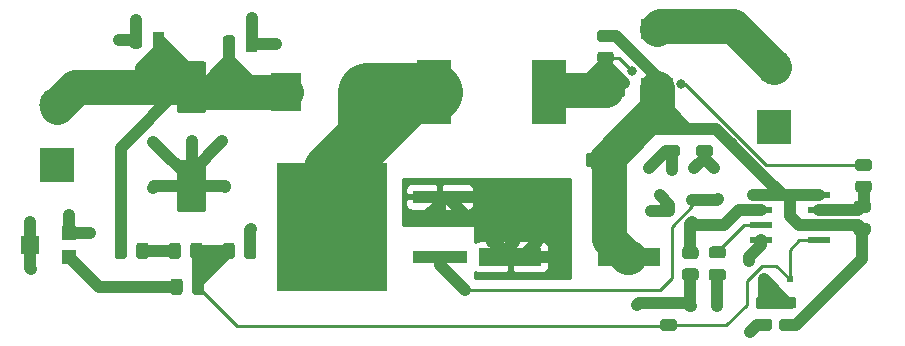
<source format=gbr>
%TF.GenerationSoftware,KiCad,Pcbnew,(5.1.8)-1*%
%TF.CreationDate,2022-04-01T10:58:03+02:00*%
%TF.ProjectId,HVPowerSupply,4856506f-7765-4725-9375-70706c792e6b,0*%
%TF.SameCoordinates,Original*%
%TF.FileFunction,Copper,L1,Top*%
%TF.FilePolarity,Positive*%
%FSLAX46Y46*%
G04 Gerber Fmt 4.6, Leading zero omitted, Abs format (unit mm)*
G04 Created by KiCad (PCBNEW (5.1.8)-1) date 2022-04-01 10:58:03*
%MOMM*%
%LPD*%
G01*
G04 APERTURE LIST*
%TA.AperFunction,SMDPad,CuDef*%
%ADD10R,2.895600X5.410200*%
%TD*%
%TA.AperFunction,SMDPad,CuDef*%
%ADD11R,2.692400X1.803400*%
%TD*%
%TA.AperFunction,SMDPad,CuDef*%
%ADD12R,5.308600X1.498600*%
%TD*%
%TA.AperFunction,SMDPad,CuDef*%
%ADD13R,1.981200X0.533400*%
%TD*%
%TA.AperFunction,SMDPad,CuDef*%
%ADD14R,0.500000X0.500000*%
%TD*%
%TA.AperFunction,SMDPad,CuDef*%
%ADD15R,0.900000X0.800000*%
%TD*%
%TA.AperFunction,SMDPad,CuDef*%
%ADD16R,1.500000X1.600000*%
%TD*%
%TA.AperFunction,SMDPad,CuDef*%
%ADD17R,1.200000X1.200000*%
%TD*%
%TA.AperFunction,ComponentPad*%
%ADD18C,3.000000*%
%TD*%
%TA.AperFunction,ComponentPad*%
%ADD19R,3.000000X3.000000*%
%TD*%
%TA.AperFunction,SMDPad,CuDef*%
%ADD20R,9.400000X10.800000*%
%TD*%
%TA.AperFunction,SMDPad,CuDef*%
%ADD21R,4.600000X1.100000*%
%TD*%
%TA.AperFunction,SMDPad,CuDef*%
%ADD22R,2.500000X3.300000*%
%TD*%
%TA.AperFunction,ViaPad*%
%ADD23C,0.800000*%
%TD*%
%TA.AperFunction,Conductor*%
%ADD24C,1.000000*%
%TD*%
%TA.AperFunction,Conductor*%
%ADD25C,0.250000*%
%TD*%
%TA.AperFunction,Conductor*%
%ADD26C,3.000000*%
%TD*%
%TA.AperFunction,Conductor*%
%ADD27C,5.000000*%
%TD*%
%TA.AperFunction,Conductor*%
%ADD28C,0.254000*%
%TD*%
%TA.AperFunction,Conductor*%
%ADD29C,0.100000*%
%TD*%
G04 APERTURE END LIST*
D10*
%TO.P,L1,2*%
%TO.N,Net-(D2-Pad2)*%
X145135600Y-102108000D03*
%TO.P,L1,1*%
%TO.N,Net-(L1-Pad1)*%
X154838400Y-102108000D03*
%TD*%
D11*
%TO.P,F1,2*%
%TO.N,Net-(F1-Pad2)*%
X163957000Y-96812100D03*
%TO.P,F1,1*%
%TO.N,+12V*%
X163957000Y-101815900D03*
%TD*%
D12*
%TO.P,C2,2*%
%TO.N,GND*%
X151587200Y-116078000D03*
%TO.P,C2,1*%
%TO.N,+12V*%
X161594800Y-116078000D03*
%TD*%
D13*
%TO.P,CR1,8*%
%TO.N,+12V*%
X177723800Y-110871000D03*
%TO.P,CR1,7*%
%TO.N,IPX*%
X177723800Y-112141000D03*
%TO.P,CR1,6*%
%TO.N,+12V*%
X177723800Y-113411000D03*
%TO.P,CR1,5*%
%TO.N,CII*%
X177723800Y-114681000D03*
%TO.P,CR1,4*%
%TO.N,GND*%
X172796200Y-114681000D03*
%TO.P,CR1,3*%
%TO.N,Net-(C1-Pad1)*%
X172796200Y-113411000D03*
%TO.P,CR1,2*%
%TO.N,SWE*%
X172796200Y-112141000D03*
%TO.P,CR1,1*%
%TO.N,+12V*%
X172796200Y-110871000D03*
%TD*%
%TO.P,R8,2*%
%TO.N,Net-(L1-Pad1)*%
%TA.AperFunction,SMDPad,CuDef*%
G36*
G01*
X159188999Y-98698000D02*
X160089001Y-98698000D01*
G75*
G02*
X160339000Y-98947999I0J-249999D01*
G01*
X160339000Y-99473001D01*
G75*
G02*
X160089001Y-99723000I-249999J0D01*
G01*
X159188999Y-99723000D01*
G75*
G02*
X158939000Y-99473001I0J249999D01*
G01*
X158939000Y-98947999D01*
G75*
G02*
X159188999Y-98698000I249999J0D01*
G01*
G37*
%TD.AperFunction*%
%TO.P,R8,1*%
%TO.N,+12V*%
%TA.AperFunction,SMDPad,CuDef*%
G36*
G01*
X159188999Y-96873000D02*
X160089001Y-96873000D01*
G75*
G02*
X160339000Y-97122999I0J-249999D01*
G01*
X160339000Y-97648001D01*
G75*
G02*
X160089001Y-97898000I-249999J0D01*
G01*
X159188999Y-97898000D01*
G75*
G02*
X158939000Y-97648001I0J249999D01*
G01*
X158939000Y-97122999D01*
G75*
G02*
X159188999Y-96873000I249999J0D01*
G01*
G37*
%TD.AperFunction*%
%TD*%
%TO.P,R9,1*%
%TO.N,Net-(L1-Pad1)*%
%TA.AperFunction,SMDPad,CuDef*%
G36*
G01*
X158214000Y-101327000D02*
X161064000Y-101327000D01*
G75*
G02*
X161314000Y-101577000I0J-250000D01*
G01*
X161314000Y-102302000D01*
G75*
G02*
X161064000Y-102552000I-250000J0D01*
G01*
X158214000Y-102552000D01*
G75*
G02*
X157964000Y-102302000I0J250000D01*
G01*
X157964000Y-101577000D01*
G75*
G02*
X158214000Y-101327000I250000J0D01*
G01*
G37*
%TD.AperFunction*%
%TO.P,R9,2*%
%TO.N,+12V*%
%TA.AperFunction,SMDPad,CuDef*%
G36*
G01*
X158214000Y-107252000D02*
X161064000Y-107252000D01*
G75*
G02*
X161314000Y-107502000I0J-250000D01*
G01*
X161314000Y-108227000D01*
G75*
G02*
X161064000Y-108477000I-250000J0D01*
G01*
X158214000Y-108477000D01*
G75*
G02*
X157964000Y-108227000I0J250000D01*
G01*
X157964000Y-107502000D01*
G75*
G02*
X158214000Y-107252000I250000J0D01*
G01*
G37*
%TD.AperFunction*%
%TD*%
%TO.P,R10,2*%
%TO.N,IPX*%
%TA.AperFunction,SMDPad,CuDef*%
G36*
G01*
X181032999Y-109620000D02*
X181933001Y-109620000D01*
G75*
G02*
X182183000Y-109869999I0J-249999D01*
G01*
X182183000Y-110395001D01*
G75*
G02*
X181933001Y-110645000I-249999J0D01*
G01*
X181032999Y-110645000D01*
G75*
G02*
X180783000Y-110395001I0J249999D01*
G01*
X180783000Y-109869999D01*
G75*
G02*
X181032999Y-109620000I249999J0D01*
G01*
G37*
%TD.AperFunction*%
%TO.P,R10,1*%
%TO.N,Net-(L1-Pad1)*%
%TA.AperFunction,SMDPad,CuDef*%
G36*
G01*
X181032999Y-107795000D02*
X181933001Y-107795000D01*
G75*
G02*
X182183000Y-108044999I0J-249999D01*
G01*
X182183000Y-108570001D01*
G75*
G02*
X181933001Y-108820000I-249999J0D01*
G01*
X181032999Y-108820000D01*
G75*
G02*
X180783000Y-108570001I0J249999D01*
G01*
X180783000Y-108044999D01*
G75*
G02*
X181032999Y-107795000I249999J0D01*
G01*
G37*
%TD.AperFunction*%
%TD*%
%TO.P,R7,2*%
%TO.N,GND*%
%TA.AperFunction,SMDPad,CuDef*%
G36*
G01*
X172587499Y-121304000D02*
X173487501Y-121304000D01*
G75*
G02*
X173737500Y-121553999I0J-249999D01*
G01*
X173737500Y-122079001D01*
G75*
G02*
X173487501Y-122329000I-249999J0D01*
G01*
X172587499Y-122329000D01*
G75*
G02*
X172337500Y-122079001I0J249999D01*
G01*
X172337500Y-121553999D01*
G75*
G02*
X172587499Y-121304000I249999J0D01*
G01*
G37*
%TD.AperFunction*%
%TO.P,R7,1*%
%TO.N,Net-(C8-Pad2)*%
%TA.AperFunction,SMDPad,CuDef*%
G36*
G01*
X172587499Y-119479000D02*
X173487501Y-119479000D01*
G75*
G02*
X173737500Y-119728999I0J-249999D01*
G01*
X173737500Y-120254001D01*
G75*
G02*
X173487501Y-120504000I-249999J0D01*
G01*
X172587499Y-120504000D01*
G75*
G02*
X172337500Y-120254001I0J249999D01*
G01*
X172337500Y-119728999D01*
G75*
G02*
X172587499Y-119479000I249999J0D01*
G01*
G37*
%TD.AperFunction*%
%TD*%
D14*
%TO.P,D3,2*%
%TO.N,Net-(C8-Pad2)*%
X173017000Y-117983000D03*
%TO.P,D3,1*%
%TO.N,CII*%
X175217000Y-117983000D03*
%TD*%
%TO.P,C10,2*%
%TO.N,GND*%
%TA.AperFunction,SMDPad,CuDef*%
G36*
G01*
X129164500Y-98519000D02*
X129164500Y-97569000D01*
G75*
G02*
X129414500Y-97319000I250000J0D01*
G01*
X129914500Y-97319000D01*
G75*
G02*
X130164500Y-97569000I0J-250000D01*
G01*
X130164500Y-98519000D01*
G75*
G02*
X129914500Y-98769000I-250000J0D01*
G01*
X129414500Y-98769000D01*
G75*
G02*
X129164500Y-98519000I0J250000D01*
G01*
G37*
%TD.AperFunction*%
%TO.P,C10,1*%
%TO.N,Net-(C10-Pad1)*%
%TA.AperFunction,SMDPad,CuDef*%
G36*
G01*
X127264500Y-98519000D02*
X127264500Y-97569000D01*
G75*
G02*
X127514500Y-97319000I250000J0D01*
G01*
X128014500Y-97319000D01*
G75*
G02*
X128264500Y-97569000I0J-250000D01*
G01*
X128264500Y-98519000D01*
G75*
G02*
X128014500Y-98769000I-250000J0D01*
G01*
X127514500Y-98769000D01*
G75*
G02*
X127264500Y-98519000I0J250000D01*
G01*
G37*
%TD.AperFunction*%
%TD*%
%TO.P,C9,2*%
%TO.N,GND*%
%TA.AperFunction,SMDPad,CuDef*%
G36*
G01*
X120390500Y-97251500D02*
X120390500Y-98201500D01*
G75*
G02*
X120140500Y-98451500I-250000J0D01*
G01*
X119640500Y-98451500D01*
G75*
G02*
X119390500Y-98201500I0J250000D01*
G01*
X119390500Y-97251500D01*
G75*
G02*
X119640500Y-97001500I250000J0D01*
G01*
X120140500Y-97001500D01*
G75*
G02*
X120390500Y-97251500I0J-250000D01*
G01*
G37*
%TD.AperFunction*%
%TO.P,C9,1*%
%TO.N,Net-(C10-Pad1)*%
%TA.AperFunction,SMDPad,CuDef*%
G36*
G01*
X122290500Y-97251500D02*
X122290500Y-98201500D01*
G75*
G02*
X122040500Y-98451500I-250000J0D01*
G01*
X121540500Y-98451500D01*
G75*
G02*
X121290500Y-98201500I0J250000D01*
G01*
X121290500Y-97251500D01*
G75*
G02*
X121540500Y-97001500I250000J0D01*
G01*
X122040500Y-97001500D01*
G75*
G02*
X122290500Y-97251500I0J-250000D01*
G01*
G37*
%TD.AperFunction*%
%TD*%
%TO.P,C8,2*%
%TO.N,Net-(C8-Pad2)*%
%TA.AperFunction,SMDPad,CuDef*%
G36*
G01*
X175544500Y-120454000D02*
X174594500Y-120454000D01*
G75*
G02*
X174344500Y-120204000I0J250000D01*
G01*
X174344500Y-119704000D01*
G75*
G02*
X174594500Y-119454000I250000J0D01*
G01*
X175544500Y-119454000D01*
G75*
G02*
X175794500Y-119704000I0J-250000D01*
G01*
X175794500Y-120204000D01*
G75*
G02*
X175544500Y-120454000I-250000J0D01*
G01*
G37*
%TD.AperFunction*%
%TO.P,C8,1*%
%TO.N,+12V*%
%TA.AperFunction,SMDPad,CuDef*%
G36*
G01*
X175544500Y-122354000D02*
X174594500Y-122354000D01*
G75*
G02*
X174344500Y-122104000I0J250000D01*
G01*
X174344500Y-121604000D01*
G75*
G02*
X174594500Y-121354000I250000J0D01*
G01*
X175544500Y-121354000D01*
G75*
G02*
X175794500Y-121604000I0J-250000D01*
G01*
X175794500Y-122104000D01*
G75*
G02*
X175544500Y-122354000I-250000J0D01*
G01*
G37*
%TD.AperFunction*%
%TD*%
%TO.P,C7,2*%
%TO.N,IPX*%
%TA.AperFunction,SMDPad,CuDef*%
G36*
G01*
X181831000Y-112326000D02*
X180881000Y-112326000D01*
G75*
G02*
X180631000Y-112076000I0J250000D01*
G01*
X180631000Y-111576000D01*
G75*
G02*
X180881000Y-111326000I250000J0D01*
G01*
X181831000Y-111326000D01*
G75*
G02*
X182081000Y-111576000I0J-250000D01*
G01*
X182081000Y-112076000D01*
G75*
G02*
X181831000Y-112326000I-250000J0D01*
G01*
G37*
%TD.AperFunction*%
%TO.P,C7,1*%
%TO.N,+12V*%
%TA.AperFunction,SMDPad,CuDef*%
G36*
G01*
X181831000Y-114226000D02*
X180881000Y-114226000D01*
G75*
G02*
X180631000Y-113976000I0J250000D01*
G01*
X180631000Y-113476000D01*
G75*
G02*
X180881000Y-113226000I250000J0D01*
G01*
X181831000Y-113226000D01*
G75*
G02*
X182081000Y-113476000I0J-250000D01*
G01*
X182081000Y-113976000D01*
G75*
G02*
X181831000Y-114226000I-250000J0D01*
G01*
G37*
%TD.AperFunction*%
%TD*%
%TO.P,C6,2*%
%TO.N,GND*%
%TA.AperFunction,SMDPad,CuDef*%
G36*
G01*
X164752000Y-106622000D02*
X165702000Y-106622000D01*
G75*
G02*
X165952000Y-106872000I0J-250000D01*
G01*
X165952000Y-107372000D01*
G75*
G02*
X165702000Y-107622000I-250000J0D01*
G01*
X164752000Y-107622000D01*
G75*
G02*
X164502000Y-107372000I0J250000D01*
G01*
X164502000Y-106872000D01*
G75*
G02*
X164752000Y-106622000I250000J0D01*
G01*
G37*
%TD.AperFunction*%
%TO.P,C6,1*%
%TO.N,+12V*%
%TA.AperFunction,SMDPad,CuDef*%
G36*
G01*
X164752000Y-104722000D02*
X165702000Y-104722000D01*
G75*
G02*
X165952000Y-104972000I0J-250000D01*
G01*
X165952000Y-105472000D01*
G75*
G02*
X165702000Y-105722000I-250000J0D01*
G01*
X164752000Y-105722000D01*
G75*
G02*
X164502000Y-105472000I0J250000D01*
G01*
X164502000Y-104972000D01*
G75*
G02*
X164752000Y-104722000I250000J0D01*
G01*
G37*
%TD.AperFunction*%
%TD*%
%TO.P,C5,2*%
%TO.N,GND*%
%TA.AperFunction,SMDPad,CuDef*%
G36*
G01*
X167546000Y-106622000D02*
X168496000Y-106622000D01*
G75*
G02*
X168746000Y-106872000I0J-250000D01*
G01*
X168746000Y-107372000D01*
G75*
G02*
X168496000Y-107622000I-250000J0D01*
G01*
X167546000Y-107622000D01*
G75*
G02*
X167296000Y-107372000I0J250000D01*
G01*
X167296000Y-106872000D01*
G75*
G02*
X167546000Y-106622000I250000J0D01*
G01*
G37*
%TD.AperFunction*%
%TO.P,C5,1*%
%TO.N,+12V*%
%TA.AperFunction,SMDPad,CuDef*%
G36*
G01*
X167546000Y-104722000D02*
X168496000Y-104722000D01*
G75*
G02*
X168746000Y-104972000I0J-250000D01*
G01*
X168746000Y-105472000D01*
G75*
G02*
X168496000Y-105722000I-250000J0D01*
G01*
X167546000Y-105722000D01*
G75*
G02*
X167296000Y-105472000I0J250000D01*
G01*
X167296000Y-104972000D01*
G75*
G02*
X167546000Y-104722000I250000J0D01*
G01*
G37*
%TD.AperFunction*%
%TD*%
D15*
%TO.P,Q1,1*%
%TO.N,Net-(D1-Pad1)*%
X166989000Y-111254500D03*
%TO.P,Q1,2*%
%TO.N,SWE*%
X166989000Y-113154500D03*
%TO.P,Q1,3*%
%TO.N,GND*%
X164989000Y-112204500D03*
%TD*%
%TO.P,C4,2*%
%TO.N,GND*%
%TA.AperFunction,SMDPad,CuDef*%
G36*
G01*
X123587000Y-107918000D02*
X125587000Y-107918000D01*
G75*
G02*
X125837000Y-108168000I0J-250000D01*
G01*
X125837000Y-112068000D01*
G75*
G02*
X125587000Y-112318000I-250000J0D01*
G01*
X123587000Y-112318000D01*
G75*
G02*
X123337000Y-112068000I0J250000D01*
G01*
X123337000Y-108168000D01*
G75*
G02*
X123587000Y-107918000I250000J0D01*
G01*
G37*
%TD.AperFunction*%
%TO.P,C4,1*%
%TO.N,Net-(C10-Pad1)*%
%TA.AperFunction,SMDPad,CuDef*%
G36*
G01*
X123587000Y-99518000D02*
X125587000Y-99518000D01*
G75*
G02*
X125837000Y-99768000I0J-250000D01*
G01*
X125837000Y-103668000D01*
G75*
G02*
X125587000Y-103918000I-250000J0D01*
G01*
X123587000Y-103918000D01*
G75*
G02*
X123337000Y-103668000I0J250000D01*
G01*
X123337000Y-99768000D01*
G75*
G02*
X123587000Y-99518000I250000J0D01*
G01*
G37*
%TD.AperFunction*%
%TD*%
D16*
%TO.P,R6,2*%
%TO.N,GND*%
X110945000Y-115062000D03*
D17*
%TO.P,R6,3*%
X114195000Y-114062000D03*
%TO.P,R6,1*%
%TO.N,Net-(R5-Pad2)*%
X114195000Y-116062000D03*
%TD*%
D18*
%TO.P,J2,2*%
%TO.N,Net-(C10-Pad1)*%
X113157000Y-103251000D03*
D19*
%TO.P,J2,1*%
%TO.N,GND*%
X113157000Y-108331000D03*
%TD*%
D18*
%TO.P,J1,2*%
%TO.N,Net-(F1-Pad2)*%
X173926500Y-100012500D03*
D19*
%TO.P,J1,1*%
%TO.N,GND*%
X173926500Y-105092500D03*
%TD*%
%TO.P,R5,2*%
%TO.N,Net-(R5-Pad2)*%
%TA.AperFunction,SMDPad,CuDef*%
G36*
G01*
X123829500Y-118167999D02*
X123829500Y-119068001D01*
G75*
G02*
X123579501Y-119318000I-249999J0D01*
G01*
X123054499Y-119318000D01*
G75*
G02*
X122804500Y-119068001I0J249999D01*
G01*
X122804500Y-118167999D01*
G75*
G02*
X123054499Y-117918000I249999J0D01*
G01*
X123579501Y-117918000D01*
G75*
G02*
X123829500Y-118167999I0J-249999D01*
G01*
G37*
%TD.AperFunction*%
%TO.P,R5,1*%
%TO.N,CII*%
%TA.AperFunction,SMDPad,CuDef*%
G36*
G01*
X125654500Y-118167999D02*
X125654500Y-119068001D01*
G75*
G02*
X125404501Y-119318000I-249999J0D01*
G01*
X124879499Y-119318000D01*
G75*
G02*
X124629500Y-119068001I0J249999D01*
G01*
X124629500Y-118167999D01*
G75*
G02*
X124879499Y-117918000I249999J0D01*
G01*
X125404501Y-117918000D01*
G75*
G02*
X125654500Y-118167999I0J-249999D01*
G01*
G37*
%TD.AperFunction*%
%TD*%
%TO.P,R4,2*%
%TO.N,GND*%
%TA.AperFunction,SMDPad,CuDef*%
G36*
G01*
X129051000Y-116020001D02*
X129051000Y-115119999D01*
G75*
G02*
X129300999Y-114870000I249999J0D01*
G01*
X129826001Y-114870000D01*
G75*
G02*
X130076000Y-115119999I0J-249999D01*
G01*
X130076000Y-116020001D01*
G75*
G02*
X129826001Y-116270000I-249999J0D01*
G01*
X129300999Y-116270000D01*
G75*
G02*
X129051000Y-116020001I0J249999D01*
G01*
G37*
%TD.AperFunction*%
%TO.P,R4,1*%
%TO.N,CII*%
%TA.AperFunction,SMDPad,CuDef*%
G36*
G01*
X127226000Y-116020001D02*
X127226000Y-115119999D01*
G75*
G02*
X127475999Y-114870000I249999J0D01*
G01*
X128001001Y-114870000D01*
G75*
G02*
X128251000Y-115119999I0J-249999D01*
G01*
X128251000Y-116020001D01*
G75*
G02*
X128001001Y-116270000I-249999J0D01*
G01*
X127475999Y-116270000D01*
G75*
G02*
X127226000Y-116020001I0J249999D01*
G01*
G37*
%TD.AperFunction*%
%TD*%
%TO.P,R3,2*%
%TO.N,CII*%
%TA.AperFunction,SMDPad,CuDef*%
G36*
G01*
X124479000Y-116020001D02*
X124479000Y-115119999D01*
G75*
G02*
X124728999Y-114870000I249999J0D01*
G01*
X125254001Y-114870000D01*
G75*
G02*
X125504000Y-115119999I0J-249999D01*
G01*
X125504000Y-116020001D01*
G75*
G02*
X125254001Y-116270000I-249999J0D01*
G01*
X124728999Y-116270000D01*
G75*
G02*
X124479000Y-116020001I0J249999D01*
G01*
G37*
%TD.AperFunction*%
%TO.P,R3,1*%
%TO.N,Net-(R2-Pad2)*%
%TA.AperFunction,SMDPad,CuDef*%
G36*
G01*
X122654000Y-116020001D02*
X122654000Y-115119999D01*
G75*
G02*
X122903999Y-114870000I249999J0D01*
G01*
X123429001Y-114870000D01*
G75*
G02*
X123679000Y-115119999I0J-249999D01*
G01*
X123679000Y-116020001D01*
G75*
G02*
X123429001Y-116270000I-249999J0D01*
G01*
X122903999Y-116270000D01*
G75*
G02*
X122654000Y-116020001I0J249999D01*
G01*
G37*
%TD.AperFunction*%
%TD*%
%TO.P,R2,2*%
%TO.N,Net-(R2-Pad2)*%
%TA.AperFunction,SMDPad,CuDef*%
G36*
G01*
X119907000Y-116020001D02*
X119907000Y-115119999D01*
G75*
G02*
X120156999Y-114870000I249999J0D01*
G01*
X120682001Y-114870000D01*
G75*
G02*
X120932000Y-115119999I0J-249999D01*
G01*
X120932000Y-116020001D01*
G75*
G02*
X120682001Y-116270000I-249999J0D01*
G01*
X120156999Y-116270000D01*
G75*
G02*
X119907000Y-116020001I0J249999D01*
G01*
G37*
%TD.AperFunction*%
%TO.P,R2,1*%
%TO.N,Net-(C10-Pad1)*%
%TA.AperFunction,SMDPad,CuDef*%
G36*
G01*
X118082000Y-116020001D02*
X118082000Y-115119999D01*
G75*
G02*
X118331999Y-114870000I249999J0D01*
G01*
X118857001Y-114870000D01*
G75*
G02*
X119107000Y-115119999I0J-249999D01*
G01*
X119107000Y-116020001D01*
G75*
G02*
X118857001Y-116270000I-249999J0D01*
G01*
X118331999Y-116270000D01*
G75*
G02*
X118082000Y-116020001I0J249999D01*
G01*
G37*
%TD.AperFunction*%
%TD*%
%TO.P,R1,2*%
%TO.N,GND*%
%TA.AperFunction,SMDPad,CuDef*%
G36*
G01*
X166364499Y-117049500D02*
X167264501Y-117049500D01*
G75*
G02*
X167514500Y-117299499I0J-249999D01*
G01*
X167514500Y-117824501D01*
G75*
G02*
X167264501Y-118074500I-249999J0D01*
G01*
X166364499Y-118074500D01*
G75*
G02*
X166114500Y-117824501I0J249999D01*
G01*
X166114500Y-117299499D01*
G75*
G02*
X166364499Y-117049500I249999J0D01*
G01*
G37*
%TD.AperFunction*%
%TO.P,R1,1*%
%TO.N,SWE*%
%TA.AperFunction,SMDPad,CuDef*%
G36*
G01*
X166364499Y-115224500D02*
X167264501Y-115224500D01*
G75*
G02*
X167514500Y-115474499I0J-249999D01*
G01*
X167514500Y-115999501D01*
G75*
G02*
X167264501Y-116249500I-249999J0D01*
G01*
X166364499Y-116249500D01*
G75*
G02*
X166114500Y-115999501I0J249999D01*
G01*
X166114500Y-115474499D01*
G75*
G02*
X166364499Y-115224500I249999J0D01*
G01*
G37*
%TD.AperFunction*%
%TD*%
D20*
%TO.P,Q2,2*%
%TO.N,Net-(D2-Pad2)*%
X136452000Y-113538000D03*
D21*
%TO.P,Q2,3*%
%TO.N,GND*%
X145602000Y-110998000D03*
%TO.P,Q2,1*%
%TO.N,Net-(D1-Pad1)*%
X145602000Y-116078000D03*
%TD*%
D22*
%TO.P,D2,2*%
%TO.N,Net-(D2-Pad2)*%
X139417000Y-102108000D03*
%TO.P,D2,1*%
%TO.N,Net-(C10-Pad1)*%
X132617000Y-102108000D03*
%TD*%
D14*
%TO.P,D1,2*%
%TO.N,SWE*%
X169164000Y-113388500D03*
%TO.P,D1,1*%
%TO.N,Net-(D1-Pad1)*%
X169164000Y-111188500D03*
%TD*%
%TO.P,C3,2*%
%TO.N,GND*%
%TA.AperFunction,SMDPad,CuDef*%
G36*
G01*
X165448000Y-120454000D02*
X164498000Y-120454000D01*
G75*
G02*
X164248000Y-120204000I0J250000D01*
G01*
X164248000Y-119704000D01*
G75*
G02*
X164498000Y-119454000I250000J0D01*
G01*
X165448000Y-119454000D01*
G75*
G02*
X165698000Y-119704000I0J-250000D01*
G01*
X165698000Y-120204000D01*
G75*
G02*
X165448000Y-120454000I-250000J0D01*
G01*
G37*
%TD.AperFunction*%
%TO.P,C3,1*%
%TO.N,CII*%
%TA.AperFunction,SMDPad,CuDef*%
G36*
G01*
X165448000Y-122354000D02*
X164498000Y-122354000D01*
G75*
G02*
X164248000Y-122104000I0J250000D01*
G01*
X164248000Y-121604000D01*
G75*
G02*
X164498000Y-121354000I250000J0D01*
G01*
X165448000Y-121354000D01*
G75*
G02*
X165698000Y-121604000I0J-250000D01*
G01*
X165698000Y-122104000D01*
G75*
G02*
X165448000Y-122354000I-250000J0D01*
G01*
G37*
%TD.AperFunction*%
%TD*%
%TO.P,C1,2*%
%TO.N,GND*%
%TA.AperFunction,SMDPad,CuDef*%
G36*
G01*
X168625500Y-117099500D02*
X169575500Y-117099500D01*
G75*
G02*
X169825500Y-117349500I0J-250000D01*
G01*
X169825500Y-117849500D01*
G75*
G02*
X169575500Y-118099500I-250000J0D01*
G01*
X168625500Y-118099500D01*
G75*
G02*
X168375500Y-117849500I0J250000D01*
G01*
X168375500Y-117349500D01*
G75*
G02*
X168625500Y-117099500I250000J0D01*
G01*
G37*
%TD.AperFunction*%
%TO.P,C1,1*%
%TO.N,Net-(C1-Pad1)*%
%TA.AperFunction,SMDPad,CuDef*%
G36*
G01*
X168625500Y-115199500D02*
X169575500Y-115199500D01*
G75*
G02*
X169825500Y-115449500I0J-250000D01*
G01*
X169825500Y-115949500D01*
G75*
G02*
X169575500Y-116199500I-250000J0D01*
G01*
X168625500Y-116199500D01*
G75*
G02*
X168375500Y-115949500I0J250000D01*
G01*
X168375500Y-115449500D01*
G75*
G02*
X168625500Y-115199500I250000J0D01*
G01*
G37*
%TD.AperFunction*%
%TD*%
D23*
%TO.N,GND*%
X121285000Y-110236000D03*
X114236500Y-112522000D03*
X116014500Y-114046000D03*
X110934500Y-113093500D03*
X110998000Y-117094000D03*
X129603500Y-113728500D03*
X127444500Y-110172500D03*
X124587000Y-106235500D03*
X127190500Y-106299000D03*
X121348500Y-106362500D03*
X118427500Y-97726500D03*
X119888000Y-96012000D03*
X131699000Y-98044000D03*
X129667000Y-95821500D03*
X163449000Y-112204500D03*
X164211000Y-110871000D03*
X166878000Y-120269000D03*
X169100500Y-120269000D03*
X171767500Y-116459000D03*
X155702000Y-110998000D03*
X153797000Y-110998000D03*
X151892000Y-110998000D03*
X149987000Y-110998000D03*
X149987000Y-112903000D03*
X151892000Y-112903000D03*
X153797000Y-112903000D03*
X155702000Y-112903000D03*
X155702000Y-114808000D03*
X153797000Y-114808000D03*
X151892000Y-114808000D03*
X149987000Y-114808000D03*
X155702000Y-116713000D03*
X148082000Y-112903000D03*
X146177000Y-112903000D03*
X144272000Y-112903000D03*
X171831000Y-122428000D03*
X162306000Y-120142000D03*
X165227000Y-108712000D03*
X163322000Y-108585000D03*
X167132000Y-108585000D03*
X168783000Y-108585000D03*
%TO.N,Net-(L1-Pad1)*%
X166025145Y-101451515D03*
X161909182Y-100345818D03*
%TD*%
D24*
%TO.N,GND*%
X114195000Y-112563500D02*
X114236500Y-112522000D01*
X114195000Y-114062000D02*
X114195000Y-112563500D01*
X115998500Y-114062000D02*
X116014500Y-114046000D01*
X114195000Y-114062000D02*
X115998500Y-114062000D01*
X110945000Y-113104000D02*
X110934500Y-113093500D01*
X110945000Y-115062000D02*
X110945000Y-113104000D01*
X110945000Y-117041000D02*
X110998000Y-117094000D01*
X110945000Y-115062000D02*
X110945000Y-117041000D01*
X129563500Y-113768500D02*
X129603500Y-113728500D01*
X129563500Y-115570000D02*
X129563500Y-113768500D01*
X121403000Y-110118000D02*
X121285000Y-110236000D01*
X124587000Y-110118000D02*
X121403000Y-110118000D01*
X127390000Y-110118000D02*
X127444500Y-110172500D01*
X124587000Y-110118000D02*
X127390000Y-110118000D01*
X124587000Y-110118000D02*
X124587000Y-106235500D01*
X124587000Y-108902500D02*
X127190500Y-106299000D01*
X124587000Y-110118000D02*
X124587000Y-108902500D01*
X124587000Y-109601000D02*
X121348500Y-106362500D01*
X124587000Y-110118000D02*
X124587000Y-109601000D01*
X119890500Y-97726500D02*
X118427500Y-97726500D01*
X119890500Y-96014500D02*
X119888000Y-96012000D01*
X119890500Y-97726500D02*
X119890500Y-96014500D01*
X129664500Y-98044000D02*
X131699000Y-98044000D01*
X129664500Y-95824000D02*
X129667000Y-95821500D01*
X129664500Y-98044000D02*
X129664500Y-95824000D01*
X164989000Y-112204500D02*
X163449000Y-112204500D01*
X164989000Y-111649000D02*
X164211000Y-110871000D01*
X164989000Y-112204500D02*
X164989000Y-111649000D01*
X166814500Y-120205500D02*
X166878000Y-120269000D01*
X166814500Y-117562000D02*
X166814500Y-120205500D01*
X169100500Y-117599500D02*
X169100500Y-120269000D01*
X172796200Y-114681000D02*
X172796200Y-115049300D01*
X171767500Y-116078000D02*
X171767500Y-116459000D01*
X172796200Y-115049300D02*
X171767500Y-116078000D01*
X145602000Y-111573000D02*
X144272000Y-112903000D01*
X145602000Y-110998000D02*
X145602000Y-111573000D01*
X145602000Y-112328000D02*
X146177000Y-112903000D01*
X145602000Y-110998000D02*
X145602000Y-112328000D01*
X145602000Y-110998000D02*
X149987000Y-110998000D01*
X146177000Y-110998000D02*
X148082000Y-112903000D01*
X145602000Y-110998000D02*
X146177000Y-110998000D01*
X155067000Y-116078000D02*
X155702000Y-116713000D01*
X151587200Y-116078000D02*
X155067000Y-116078000D01*
X152527000Y-116078000D02*
X153797000Y-114808000D01*
X151587200Y-116078000D02*
X152527000Y-116078000D01*
X151587200Y-115112800D02*
X151892000Y-114808000D01*
X151587200Y-116078000D02*
X151587200Y-115112800D01*
X150317200Y-114808000D02*
X151587200Y-116078000D01*
X149987000Y-114808000D02*
X150317200Y-114808000D01*
X172442500Y-121816500D02*
X171831000Y-122428000D01*
X173037500Y-121816500D02*
X172442500Y-121816500D01*
X166563000Y-119954000D02*
X166878000Y-120269000D01*
X164973000Y-119954000D02*
X166563000Y-119954000D01*
X162494000Y-119954000D02*
X162306000Y-120142000D01*
X164973000Y-119954000D02*
X162494000Y-119954000D01*
X165227000Y-107122000D02*
X165227000Y-108712000D01*
X164785000Y-107122000D02*
X163322000Y-108585000D01*
X165227000Y-107122000D02*
X164785000Y-107122000D01*
X168021000Y-107696000D02*
X167132000Y-108585000D01*
X168021000Y-107122000D02*
X168021000Y-107696000D01*
X168021000Y-107823000D02*
X168783000Y-108585000D01*
X168021000Y-107122000D02*
X168021000Y-107823000D01*
D25*
%TO.N,Net-(C1-Pad1)*%
X171389000Y-113411000D02*
X172796200Y-113411000D01*
X169100500Y-115699500D02*
X171389000Y-113411000D01*
D26*
%TO.N,+12V*%
X159925000Y-108150500D02*
X159639000Y-107864500D01*
X159925000Y-114554000D02*
X159925000Y-108150500D01*
X159639000Y-107864500D02*
X162581510Y-104921990D01*
X163957000Y-103546500D02*
X162581510Y-104921990D01*
X163957000Y-101815900D02*
X163957000Y-103546500D01*
D24*
X159639000Y-97385500D02*
X160504500Y-97385500D01*
X163957000Y-100838000D02*
X163957000Y-101815900D01*
X160504500Y-97385500D02*
X163957000Y-100838000D01*
X181041000Y-113411000D02*
X177723800Y-113411000D01*
X181356000Y-113726000D02*
X181041000Y-113411000D01*
X177723800Y-110871000D02*
X175260000Y-110871000D01*
X176022000Y-113411000D02*
X175260000Y-112649000D01*
X175260000Y-110871000D02*
X175260000Y-112649000D01*
X176022000Y-113411000D02*
X177723800Y-113411000D01*
D26*
X161449000Y-116078000D02*
X159925000Y-114554000D01*
X161594800Y-116078000D02*
X161449000Y-116078000D01*
D24*
X163957000Y-103952000D02*
X165227000Y-105222000D01*
X163957000Y-101815900D02*
X163957000Y-103952000D01*
X165227000Y-105222000D02*
X168021000Y-105222000D01*
X168021000Y-105222000D02*
X168976000Y-105222000D01*
X172085000Y-110871000D02*
X172796200Y-110871000D01*
X181356000Y-116292500D02*
X175794500Y-121854000D01*
X175794500Y-121854000D02*
X175069500Y-121854000D01*
X181356000Y-113726000D02*
X181356000Y-116292500D01*
X169926000Y-106172000D02*
X172886509Y-109132509D01*
X174244000Y-110871000D02*
X172796200Y-110871000D01*
X177723800Y-110871000D02*
X174244000Y-110871000D01*
X168976000Y-105222000D02*
X169926000Y-106172000D01*
X169926000Y-106172000D02*
X170307000Y-106553000D01*
X174625000Y-110871000D02*
X172886509Y-109132509D01*
X175260000Y-110871000D02*
X174625000Y-110871000D01*
X162881520Y-105222000D02*
X162581510Y-104921990D01*
X165227000Y-105222000D02*
X162881520Y-105222000D01*
X164887500Y-103546500D02*
X163957000Y-103546500D01*
X166563000Y-105222000D02*
X164887500Y-103546500D01*
X168021000Y-105222000D02*
X166563000Y-105222000D01*
%TO.N,CII*%
X124991500Y-115570000D02*
X127738500Y-115570000D01*
X125142000Y-115720500D02*
X124991500Y-115570000D01*
X125142000Y-118618000D02*
X125142000Y-115720500D01*
D25*
X175217000Y-117983000D02*
X175217000Y-115486000D01*
X176022000Y-114681000D02*
X177723800Y-114681000D01*
X175217000Y-115486000D02*
X176022000Y-114681000D01*
X164973000Y-121854000D02*
X169865000Y-121854000D01*
X169865000Y-121854000D02*
X171577000Y-120142000D01*
X171577000Y-120142000D02*
X171577000Y-118110000D01*
X171577000Y-118110000D02*
X172847000Y-116840000D01*
X174074000Y-116840000D02*
X175217000Y-117983000D01*
X172847000Y-116840000D02*
X174074000Y-116840000D01*
D24*
X125142000Y-118166500D02*
X127738500Y-115570000D01*
X125142000Y-118618000D02*
X125142000Y-118166500D01*
X127738500Y-115570000D02*
X126619000Y-115570000D01*
X126619000Y-115570000D02*
X125603000Y-116586000D01*
D25*
X125142000Y-118618000D02*
X128444000Y-121920000D01*
X164907000Y-121920000D02*
X164973000Y-121854000D01*
X128444000Y-121920000D02*
X164907000Y-121920000D01*
D24*
%TO.N,SWE*%
X167223000Y-113388500D02*
X166989000Y-113154500D01*
X169164000Y-113388500D02*
X167223000Y-113388500D01*
X166814500Y-113329000D02*
X166989000Y-113154500D01*
X166814500Y-115737000D02*
X166814500Y-113329000D01*
X172796200Y-112141000D02*
X170942000Y-112141000D01*
X169694500Y-113388500D02*
X169164000Y-113388500D01*
X170942000Y-112141000D02*
X169694500Y-113388500D01*
%TO.N,Net-(D1-Pad1)*%
X169098000Y-111254500D02*
X169164000Y-111188500D01*
X166989000Y-111254500D02*
X169098000Y-111254500D01*
D25*
X147701000Y-118872000D02*
X164211000Y-118872000D01*
X164211000Y-118872000D02*
X165227000Y-117856000D01*
X165227000Y-117856000D02*
X165227000Y-113538000D01*
X166989000Y-111776000D02*
X166989000Y-111254500D01*
X165227000Y-113538000D02*
X166989000Y-111776000D01*
D24*
X145602000Y-116773000D02*
X147701000Y-118872000D01*
X145602000Y-116078000D02*
X145602000Y-116773000D01*
D27*
%TO.N,Net-(D2-Pad2)*%
X145037000Y-102108000D02*
X139417000Y-102108000D01*
X136452000Y-113538000D02*
X136452000Y-108785000D01*
X139417000Y-105820000D02*
X139417000Y-102108000D01*
X136452000Y-108785000D02*
X139417000Y-105820000D01*
X143129000Y-102108000D02*
X139417000Y-105820000D01*
X145037000Y-102108000D02*
X143129000Y-102108000D01*
D24*
%TO.N,Net-(R2-Pad2)*%
X123166500Y-115570000D02*
X120419500Y-115570000D01*
%TO.N,Net-(R5-Pad2)*%
X116751000Y-118618000D02*
X116224000Y-118091000D01*
X123317000Y-118618000D02*
X116751000Y-118618000D01*
X114195000Y-116062000D02*
X116224000Y-118091000D01*
D26*
%TO.N,Net-(C10-Pad1)*%
X124977000Y-102108000D02*
X124587000Y-101718000D01*
X114817000Y-101718000D02*
X113157000Y-103378000D01*
X124587000Y-101718000D02*
X114817000Y-101718000D01*
D24*
X124587000Y-100523000D02*
X121790500Y-97726500D01*
X124587000Y-101718000D02*
X124587000Y-100523000D01*
X127764500Y-99443500D02*
X130429000Y-102108000D01*
X127764500Y-98044000D02*
X127764500Y-99443500D01*
D26*
X132617000Y-102108000D02*
X130429000Y-102108000D01*
D24*
X127764500Y-101221500D02*
X128651000Y-102108000D01*
X127764500Y-98044000D02*
X127764500Y-101221500D01*
D26*
X130429000Y-102108000D02*
X128651000Y-102108000D01*
D24*
X127764500Y-99438500D02*
X125095000Y-102108000D01*
X127764500Y-98044000D02*
X127764500Y-99438500D01*
D26*
X125095000Y-102108000D02*
X124977000Y-102108000D01*
X128651000Y-102108000D02*
X125095000Y-102108000D01*
D24*
X121790500Y-97726500D02*
X121790500Y-98549500D01*
X121790500Y-98549500D02*
X123317000Y-100076000D01*
X121790500Y-97726500D02*
X121790500Y-99311500D01*
X121790500Y-99311500D02*
X122555000Y-100076000D01*
X121790500Y-97726500D02*
X121790500Y-100073500D01*
X121790500Y-97726500D02*
X121790500Y-99316500D01*
X121790500Y-99316500D02*
X121031000Y-100076000D01*
X121790500Y-97726500D02*
X121790500Y-98554500D01*
X121790500Y-98554500D02*
X120269000Y-100076000D01*
X124587000Y-101718000D02*
X123707000Y-101718000D01*
X118594500Y-106830500D02*
X118594500Y-115570000D01*
X123707000Y-101718000D02*
X118594500Y-106830500D01*
D26*
X114690000Y-101718000D02*
X114817000Y-101718000D01*
X113157000Y-103251000D02*
X114690000Y-101718000D01*
D24*
%TO.N,IPX*%
X181041000Y-112141000D02*
X181356000Y-111826000D01*
X177723800Y-112141000D02*
X181041000Y-112141000D01*
X181483000Y-111699000D02*
X181356000Y-111826000D01*
X181483000Y-110132500D02*
X181483000Y-111699000D01*
D26*
%TO.N,Net-(L1-Pad1)*%
X155006900Y-101939500D02*
X154838400Y-102108000D01*
D24*
X157267500Y-101939500D02*
X157013500Y-101939500D01*
X159639000Y-99568000D02*
X157267500Y-101939500D01*
X159639000Y-99210500D02*
X159639000Y-99568000D01*
D26*
X157013500Y-101939500D02*
X155006900Y-101939500D01*
X159639000Y-101939500D02*
X157013500Y-101939500D01*
D24*
X159639000Y-99210500D02*
X159639000Y-99822000D01*
X159639000Y-99822000D02*
X160401000Y-100584000D01*
X160401000Y-100584000D02*
X161163000Y-101346000D01*
X160401000Y-100584000D02*
X159639000Y-100584000D01*
X159639000Y-100584000D02*
X159639000Y-99210500D01*
X159639000Y-101939500D02*
X159639000Y-100584000D01*
D25*
X181483000Y-108307500D02*
X173228240Y-108307500D01*
X166372255Y-101451515D02*
X166025145Y-101451515D01*
X173228240Y-108307500D02*
X166372255Y-101451515D01*
X160773864Y-99210500D02*
X159639000Y-99210500D01*
X161909182Y-100345818D02*
X160773864Y-99210500D01*
D24*
%TO.N,Net-(C8-Pad2)*%
X173075000Y-119954000D02*
X173037500Y-119991500D01*
X175069500Y-119954000D02*
X173075000Y-119954000D01*
X173037500Y-118003500D02*
X173017000Y-117983000D01*
X173037500Y-119991500D02*
X173037500Y-118003500D01*
X174988000Y-119954000D02*
X173017000Y-117983000D01*
X175069500Y-119954000D02*
X174988000Y-119954000D01*
X175069500Y-119954000D02*
X174183000Y-119954000D01*
X174183000Y-119954000D02*
X173609000Y-119380000D01*
D26*
%TO.N,Net-(F1-Pad2)*%
X173926500Y-100012500D02*
X170434000Y-96520000D01*
X164249100Y-96520000D02*
X163957000Y-96812100D01*
X170434000Y-96520000D02*
X164249100Y-96520000D01*
%TD*%
D28*
%TO.N,GND*%
X156591000Y-117856000D02*
X148590000Y-117856000D01*
X148590000Y-117364034D01*
X148688720Y-117416802D01*
X148808418Y-117453112D01*
X148932900Y-117465372D01*
X151301450Y-117462300D01*
X151460200Y-117303550D01*
X151460200Y-116205000D01*
X151714200Y-116205000D01*
X151714200Y-117303550D01*
X151872950Y-117462300D01*
X154241500Y-117465372D01*
X154365982Y-117453112D01*
X154485680Y-117416802D01*
X154595994Y-117357837D01*
X154692685Y-117278485D01*
X154772037Y-117181794D01*
X154831002Y-117071480D01*
X154867312Y-116951782D01*
X154879572Y-116827300D01*
X154876500Y-116363750D01*
X154717750Y-116205000D01*
X151714200Y-116205000D01*
X151460200Y-116205000D01*
X151440200Y-116205000D01*
X151440200Y-115951000D01*
X151460200Y-115951000D01*
X151460200Y-114852450D01*
X151714200Y-114852450D01*
X151714200Y-115951000D01*
X154717750Y-115951000D01*
X154876500Y-115792250D01*
X154879572Y-115328700D01*
X154867312Y-115204218D01*
X154831002Y-115084520D01*
X154772037Y-114974206D01*
X154692685Y-114877515D01*
X154595994Y-114798163D01*
X154485680Y-114739198D01*
X154365982Y-114702888D01*
X154241500Y-114690628D01*
X151872950Y-114693700D01*
X151714200Y-114852450D01*
X151460200Y-114852450D01*
X151301450Y-114693700D01*
X148932900Y-114690628D01*
X148808418Y-114702888D01*
X148688720Y-114739198D01*
X148590000Y-114791966D01*
X148590000Y-113538000D01*
X148587560Y-113513224D01*
X148580333Y-113489399D01*
X148568597Y-113467443D01*
X148552803Y-113448197D01*
X148533557Y-113432403D01*
X148511601Y-113420667D01*
X148487776Y-113413440D01*
X148463000Y-113411000D01*
X142494000Y-113411000D01*
X142494000Y-111548000D01*
X142663928Y-111548000D01*
X142676188Y-111672482D01*
X142712498Y-111792180D01*
X142771463Y-111902494D01*
X142850815Y-111999185D01*
X142947506Y-112078537D01*
X143057820Y-112137502D01*
X143177518Y-112173812D01*
X143302000Y-112186072D01*
X145316250Y-112183000D01*
X145475000Y-112024250D01*
X145475000Y-111125000D01*
X145729000Y-111125000D01*
X145729000Y-112024250D01*
X145887750Y-112183000D01*
X147902000Y-112186072D01*
X148026482Y-112173812D01*
X148146180Y-112137502D01*
X148256494Y-112078537D01*
X148353185Y-111999185D01*
X148432537Y-111902494D01*
X148491502Y-111792180D01*
X148527812Y-111672482D01*
X148540072Y-111548000D01*
X148537000Y-111283750D01*
X148378250Y-111125000D01*
X145729000Y-111125000D01*
X145475000Y-111125000D01*
X142825750Y-111125000D01*
X142667000Y-111283750D01*
X142663928Y-111548000D01*
X142494000Y-111548000D01*
X142494000Y-110448000D01*
X142663928Y-110448000D01*
X142667000Y-110712250D01*
X142825750Y-110871000D01*
X145475000Y-110871000D01*
X145475000Y-109971750D01*
X145729000Y-109971750D01*
X145729000Y-110871000D01*
X148378250Y-110871000D01*
X148537000Y-110712250D01*
X148540072Y-110448000D01*
X148527812Y-110323518D01*
X148491502Y-110203820D01*
X148432537Y-110093506D01*
X148353185Y-109996815D01*
X148256494Y-109917463D01*
X148146180Y-109858498D01*
X148026482Y-109822188D01*
X147902000Y-109809928D01*
X145887750Y-109813000D01*
X145729000Y-109971750D01*
X145475000Y-109971750D01*
X145316250Y-109813000D01*
X143302000Y-109809928D01*
X143177518Y-109822188D01*
X143057820Y-109858498D01*
X142947506Y-109917463D01*
X142850815Y-109996815D01*
X142771463Y-110093506D01*
X142712498Y-110203820D01*
X142676188Y-110323518D01*
X142663928Y-110448000D01*
X142494000Y-110448000D01*
X142494000Y-109474000D01*
X156591000Y-109474000D01*
X156591000Y-117856000D01*
%TA.AperFunction,Conductor*%
D29*
G36*
X156591000Y-117856000D02*
G01*
X148590000Y-117856000D01*
X148590000Y-117364034D01*
X148688720Y-117416802D01*
X148808418Y-117453112D01*
X148932900Y-117465372D01*
X151301450Y-117462300D01*
X151460200Y-117303550D01*
X151460200Y-116205000D01*
X151714200Y-116205000D01*
X151714200Y-117303550D01*
X151872950Y-117462300D01*
X154241500Y-117465372D01*
X154365982Y-117453112D01*
X154485680Y-117416802D01*
X154595994Y-117357837D01*
X154692685Y-117278485D01*
X154772037Y-117181794D01*
X154831002Y-117071480D01*
X154867312Y-116951782D01*
X154879572Y-116827300D01*
X154876500Y-116363750D01*
X154717750Y-116205000D01*
X151714200Y-116205000D01*
X151460200Y-116205000D01*
X151440200Y-116205000D01*
X151440200Y-115951000D01*
X151460200Y-115951000D01*
X151460200Y-114852450D01*
X151714200Y-114852450D01*
X151714200Y-115951000D01*
X154717750Y-115951000D01*
X154876500Y-115792250D01*
X154879572Y-115328700D01*
X154867312Y-115204218D01*
X154831002Y-115084520D01*
X154772037Y-114974206D01*
X154692685Y-114877515D01*
X154595994Y-114798163D01*
X154485680Y-114739198D01*
X154365982Y-114702888D01*
X154241500Y-114690628D01*
X151872950Y-114693700D01*
X151714200Y-114852450D01*
X151460200Y-114852450D01*
X151301450Y-114693700D01*
X148932900Y-114690628D01*
X148808418Y-114702888D01*
X148688720Y-114739198D01*
X148590000Y-114791966D01*
X148590000Y-113538000D01*
X148587560Y-113513224D01*
X148580333Y-113489399D01*
X148568597Y-113467443D01*
X148552803Y-113448197D01*
X148533557Y-113432403D01*
X148511601Y-113420667D01*
X148487776Y-113413440D01*
X148463000Y-113411000D01*
X142494000Y-113411000D01*
X142494000Y-111548000D01*
X142663928Y-111548000D01*
X142676188Y-111672482D01*
X142712498Y-111792180D01*
X142771463Y-111902494D01*
X142850815Y-111999185D01*
X142947506Y-112078537D01*
X143057820Y-112137502D01*
X143177518Y-112173812D01*
X143302000Y-112186072D01*
X145316250Y-112183000D01*
X145475000Y-112024250D01*
X145475000Y-111125000D01*
X145729000Y-111125000D01*
X145729000Y-112024250D01*
X145887750Y-112183000D01*
X147902000Y-112186072D01*
X148026482Y-112173812D01*
X148146180Y-112137502D01*
X148256494Y-112078537D01*
X148353185Y-111999185D01*
X148432537Y-111902494D01*
X148491502Y-111792180D01*
X148527812Y-111672482D01*
X148540072Y-111548000D01*
X148537000Y-111283750D01*
X148378250Y-111125000D01*
X145729000Y-111125000D01*
X145475000Y-111125000D01*
X142825750Y-111125000D01*
X142667000Y-111283750D01*
X142663928Y-111548000D01*
X142494000Y-111548000D01*
X142494000Y-110448000D01*
X142663928Y-110448000D01*
X142667000Y-110712250D01*
X142825750Y-110871000D01*
X145475000Y-110871000D01*
X145475000Y-109971750D01*
X145729000Y-109971750D01*
X145729000Y-110871000D01*
X148378250Y-110871000D01*
X148537000Y-110712250D01*
X148540072Y-110448000D01*
X148527812Y-110323518D01*
X148491502Y-110203820D01*
X148432537Y-110093506D01*
X148353185Y-109996815D01*
X148256494Y-109917463D01*
X148146180Y-109858498D01*
X148026482Y-109822188D01*
X147902000Y-109809928D01*
X145887750Y-109813000D01*
X145729000Y-109971750D01*
X145475000Y-109971750D01*
X145316250Y-109813000D01*
X143302000Y-109809928D01*
X143177518Y-109822188D01*
X143057820Y-109858498D01*
X142947506Y-109917463D01*
X142850815Y-109996815D01*
X142771463Y-110093506D01*
X142712498Y-110203820D01*
X142676188Y-110323518D01*
X142663928Y-110448000D01*
X142494000Y-110448000D01*
X142494000Y-109474000D01*
X156591000Y-109474000D01*
X156591000Y-117856000D01*
G37*
%TD.AperFunction*%
%TD*%
M02*

</source>
